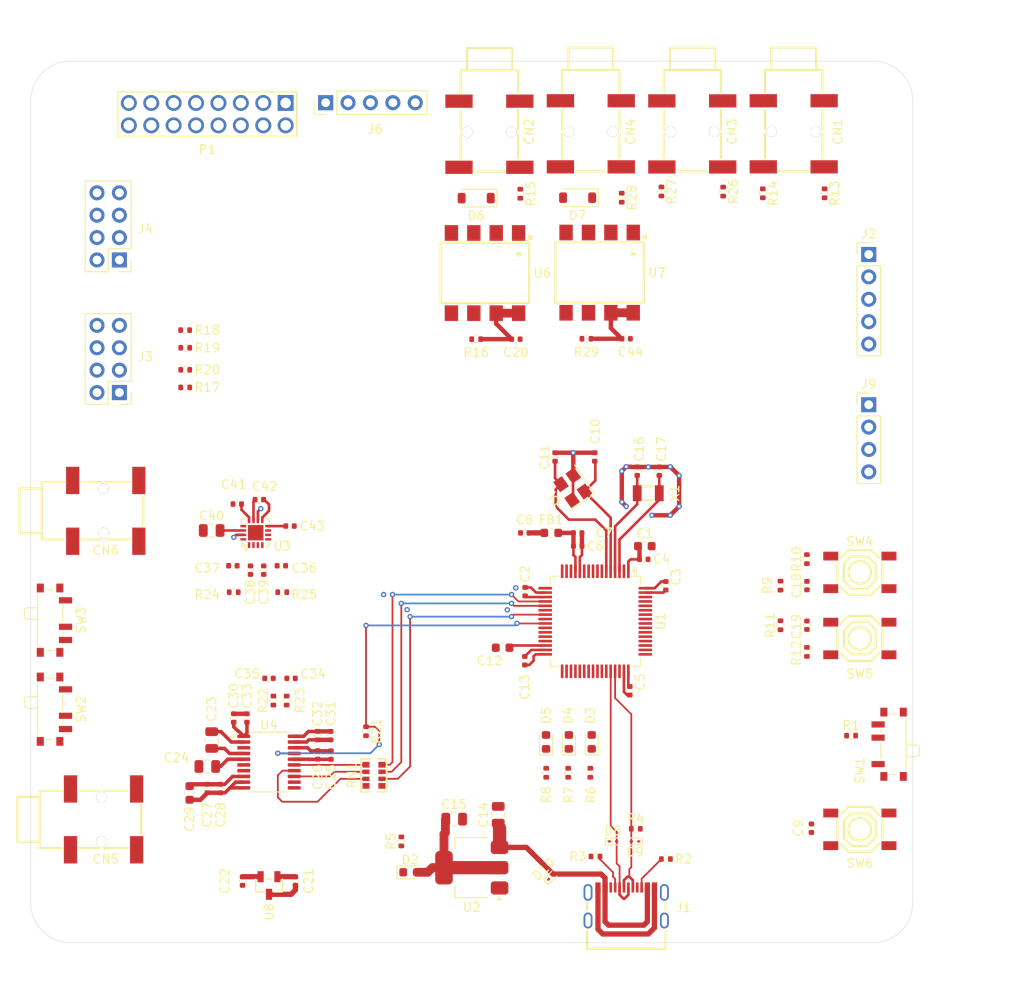
<source format=kicad_pcb>
(kicad_pcb (version 20240108) (generator "pcbnew") (generator_version "8.0")
  (title_block (title "DPF STM MIDI PoC 1") (date "2024-10-12") (rev "1") (company "Douglas P. Fields, Jr.") (comment 1 "symbolics@lisp.engineer") (comment 2 "https://creativecommons.org/licenses/by-sa/4.0/ ") (comment 3 "License: CC BY-SA 4.0") (comment 4 "Copyright 2024 Douglas P. Fields, Jr."))
  (layers (0 "F.Cu" signal "F.Signal") (1 "In1.Cu" power "F.GND") (2 "In2.Cu" power "B.GND") (31 "B.Cu" signal "B.Signal") (34 "B.Paste" user) (35 "F.Paste" user) (36 "B.SilkS" user "B.Silkscreen") (37 "F.SilkS" user "F.Silkscreen") (38 "B.Mask" user) (39 "F.Mask" user) (44 "Edge.Cuts" user))
  (net 0 "")
  (net 1 "GND")
  (net 2 "+3V3")
  (net 3 "/MCU/RCC_OSC_IN")
  (net 4 "/MCU/RCC_OSC_OUT")
  (net 5 "/MCU/VCAP_1")
  (net 6 "/MCU/USB_OTG_FS_D+")
  (net 7 "VBUS")
  (net 8 "/MCU/USB_OTG_FS_D-")
  (net 9 "/MCU/SW_BOOT0")
  (net 10 "/MCU/BOOT0")
  (net 11 "+3V3A")
  (net 12 "NRST")
  (net 13 "BTN1")
  (net 14 "BTN2")
  (net 15 "+3.3VDAC")
  (net 16 "LINE_R")
  (net 17 "LINE_L")
  (net 18 "/MIDI/MO1-SNK")
  (net 19 "LED_RED")
  (net 20 "/MIDI/MO1-SRC")
  (net 21 "LED_GREEN")
  (net 22 "/MCU/RCC_OSC32_OUT")
  (net 23 "/MIDI/MI1-SRC")
  (net 24 "LED_BLUE")
  (net 25 "/MIDI/MI1-SNK")
  (net 26 "/MIDI/MO2-SRC")
  (net 27 "/MCU/RCC_OSC32_IN")
  (net 28 "/MIDI/MO2-SNK")
  (net 29 "/MIDI/MI2-SRC")
  (net 30 "SYS_JTCK-SWCLK")
  (net 31 "SYS_JTMS-SWDIO")
  (net 32 "I2C1_SDA")
  (net 33 "/MCU/PWR_LED_K")
  (net 34 "I2C2_SCL")
  (net 35 "I2C2_SDA")
  (net 36 "I2C1_SCL")
  (net 37 "GPIO_PA15")
  (net 38 "GPIO_PC8")
  (net 39 "GPIO_PC0")
  (net 40 "GPIO_PB9")
  (net 41 "GPIO_PB1")
  (net 42 "GPIO_PA6")
  (net 43 "GPIO_PC3")
  (net 44 "AUDIO_MUTE")
  (net 45 "GPIO_PC9")
  (net 46 "GPIO_PB5")
  (net 47 "SYS_WKUP4")
  (net 48 "GPIO_PB2")
  (net 49 "GPIO_PB8")
  (net 50 "RCC_MCO_1")
  (net 51 "SPI2_MISO")
  (net 52 "SPI2_MOSI")
  (net 53 "SPI2_SCK")
  (net 54 "USART2_RX")
  (net 55 "USART2_TX")
  (net 56 "USART1_TX")
  (net 57 "USART1_RX")
  (net 58 "USART3_TX")
  (net 59 "USART3_RX")
  (net 60 "/Audio Output/Gain0")
  (net 61 "/Audio Output/Gain1")
  (net 62 "UART5_TX")
  (net 63 "USART6_RX")
  (net 64 "UART5_RX")
  (net 65 "USART6_TX")
  (net 66 "UART4_TX")
  (net 67 "I2S1_SD")
  (net 68 "I2S1_MCK")
  (net 69 "UART4_RX")
  (net 70 "I2S1_WS")
  (net 71 "I2S1_CK")
  (net 72 "/MIDI/MI2-SNK")
  (net 73 "/User Interface/LED_RED_K")
  (net 74 "/User Interface/LED_GRN_K")
  (net 75 "/User Interface/LED_BLU_K")
  (net 76 "/MIDI/OI1-SRC")
  (net 77 "HEADPHONE_R")
  (net 78 "HEADPHONE_L")
  (net 90 "/MIDI/OI2-SRC")
  (net 91 "/Audio Output/DAC_LDOO")
  (net 92 "/Audio Output/DAC_CAPP")
  (net 93 "/Audio Output/DAC_CAPM")
  (net 94 "/Audio Output/DAC_VNEG")
  (net 95 "/Audio Output/HPA_INR-")
  (net 96 "/Audio Output/HPA_INL-")
  (net 97 "/Audio Output/HPA_INL+")
  (net 98 "/Audio Output/INL+_CR")
  (net 99 "/Audio Output/HPA_INR+")
  (net 100 "/Audio Output/INR+_CR")
  (net 101 "/Audio Output/HPA_HPVDD")
  (net 102 "/Audio Output/HPA_CAP-")
  (net 103 "/Audio Output/HPA_CAP+")
  (net 104 "/Audio Output/HPA_HPVSS")
  (net 105 "/Audio Output/DAC_OUT_L")
  (net 106 "/Audio Output/DAC_OUT_R")
  (net 107 "/Audio Output/DAC_WS")
  (net 108 "/Audio Output/DAC_SD")
  (net 109 "/Audio Output/DAC_CK")
  (net 112 "/MCU/CC2")
  (net 113 "/MCU/CC1")
  (net 114 "/User Interface/BTN2_CR")
  (net 115 "/User Interface/BTN1_CR")
  (footprint "Connector_PinHeader_2.54mm:PinHeader_1x04_P2.54mm_Vertical" (layer "F.Cu") (at 202 75.46)
    (property "Reference" "J9")
    (property "Value" "Serial")
  )
  (footprint "Package_QFP:LQFP-64_10x10mm_P0.5mm" (layer "F.Cu") (at 170.991181 100.025976 -90)
    (property "Reference" "U1")
    (property "Value" "STM32F722RETx")
  )
  (footprint "Capacitor_SMD:C_0402_1005Metric" (layer "F.Cu") (at 175.75 83 90)
    (property "Reference" "C16")
    (property "Value" "4.7pF")
  )
  (footprint "easyeda2kicad:AUDIO-SMD_PJ-321A-4A" (layer "F.Cu") (at 170.491181 44.728476)
    (property "Reference" "CN4")
    (property "Value" "MIDI In 2")
  )
  (footprint "Capacitor_SMD:C_0402_1005Metric" (layer "F.Cu") (at 163.036385 96.669799 90)
    (property "Reference" "C2")
    (property "Value" "100nF")
  )
  (footprint "Capacitor_SMD:C_0603_1608Metric" (layer "F.Cu") (at 125 119.5 -90)
    (property "Reference" "C29")
    (property "Value" "10uF")
  )
  (footprint "Resistor_SMD:R_0402_1005Metric" (layer "F.Cu") (at 196.991181 51.478476 -90)
    (property "Reference" "R13")
    (property "Value" "47Ω")
  )
  (footprint "Capacitor_SMD:C_0402_1005Metric" (layer "F.Cu") (at 134 106.5 180)
    (property "Reference" "C35")
    (property "Value" "10nF")
  )
  (footprint "easyeda2kicad:SW-SMD_4P-L5.1-W5.1-P3.70-LS6.5-TL-2" (layer "F.Cu") (at 200.991181 101.978476 180)
    (property "Reference" "SW5")
    (property "Value" "BTN2")
  )
  (footprint "Connector_PinHeader_2.54mm:PinHeader_1x05_P2.54mm_Vertical" (layer "F.Cu") (at 202 58.42)
    (property "Reference" "J2")
    (property "Value" "SWD")
  )
  (footprint "Capacitor_SMD:C_0402_1005Metric" (layer "F.Cu") (at 174.491181 67.978476)
    (property "Reference" "C44")
    (property "Value" "100nF")
  )
  (footprint "Package_SO:TSSOP-20_4.4x6.5mm_P0.65mm" (layer "F.Cu") (at 134 116)
    (property "Reference" "U4")
    (property "Value" "PCM5102A")
  )
  (footprint "Resistor_SMD:R_0402_1005Metric" (layer "F.Cu") (at 124.5 71.5)
    (property "Reference" "R20")
    (property "Value" "1k8Ω")
  )
  (footprint "easyeda2kicad:SOT-23-3_L2.9-W1.3-P1.90-LS2.4-BR" (layer "F.Cu") (at 134 130 90)
    (property "Reference" "U8")
    (property "Value" "AP7333-33SRG-7")
  )
  (footprint "Capacitor_SMD:C_0402_1005Metric" (layer "F.Cu") (at 136.5 106.5)
    (property "Reference" "C34")
    (property "Value" "10nF")
  )
  (footprint "Capacitor_SMD:C_0402_1005Metric" (layer "F.Cu") (at 169 91.5)
    (property "Reference" "C6")
    (property "Value" "10nF")
  )
  (footprint "Capacitor_SMD:C_0402_1005Metric" (layer "F.Cu") (at 169 90)
    (property "Reference" "C7")
    (property "Value" "1uF")
  )
  (footprint "Capacitor_SMD:C_0402_1005Metric" (layer "F.Cu") (at 139.526545 115.185054 -90)
    (property "Reference" "C26")
    (property "Value" "100nF")
  )
  (footprint "Diode_SMD:D_SOD-923" (layer "F.Cu") (at 173 125)
    (property "Reference" "D8")
    (property "Value" "ESD")
  )
  (footprint "Capacitor_SMD:C_0805_2012Metric" (layer "F.Cu") (at 154.991181 122.478476)
    (property "Reference" "C15")
    (property "Value" "22uF")
  )
  (footprint "Capacitor_SMD:C_0402_1005Metric" (layer "F.Cu") (at 195.5 123.5 -90)
    (property "Reference" "C9")
    (property "Value" "100nF")
  )
  (footprint "Capacitor_SMD:C_0402_1005Metric" (layer "F.Cu") (at 130.401181 86.728476 180)
    (property "Reference" "C41")
    (property "Value" "1uF")
  )
  (footprint "LED_SMD:LED_0603_1608Metric" (layer "F.Cu") (at 170.59 113.7125 90)
    (property "Reference" "D3")
    (property "Value" "USER_RED")
  )
  (footprint "Resistor_SMD:R_0402_1005Metric" (layer "F.Cu") (at 134.5 109.02 90)
    (property "Reference" "R22")
    (property "Value" "220Ω")
  )
  (footprint "Inductor_SMD:L_0603_1608Metric" (layer "F.Cu") (at 166 90 180)
    (property "Reference" "FB1")
    (property "Value" "120@100MHz")
  )
  (footprint "Crystal:Crystal_SMD_3225-4Pin_3.2x2.5mm" (layer "F.Cu") (at 168.434656 84.888607 125)
    (property "Reference" "Y1")
    (property "Value" "16MHz 10pF")
  )
  (footprint "easyeda2kicad:FC-135R_L3.2-W1.5" (layer "F.Cu") (at 177 85.5 180)
    (property "Reference" "X1")
    (property "Value" "32.768kHz 7pF")
  )
  (footprint "Resistor_SMD:R_0402_1005Metric" (layer "F.Cu") (at 145 112.5 -90)
    (property "Reference" "R21")
    (property "Value" "10kΩ")
  )
  (footprint "Capacitor_SMD:C_0402_1005Metric" (layer "F.Cu") (at 139.5 113 -90)
    (property "Reference" "C32")
    (property "Value" "100nF")
  )
  (footprint "Capacitor_SMD:C_0402_1005Metric" (layer "F.Cu") (at 131.901181 94.228476 90)
    (property "Reference" "C38")
    (property "Value" "1uF")
  )
  (footprint "Button_Switch_SMD:SW_SPDT_PCM12" (layer "F.Cu") (at 204.491181 113.978476 90)
    (property "Reference" "SW1")
    (property "Value" "BOOT0")
  )
  (footprint "Capacitor_SMD:C_0402_1005Metric" (layer "F.Cu") (at 128.5 119 -90)
    (property "Reference" "C28")
    (property "Value" "100nF")
  )
  (footprint "Capacitor_SMD:C_0402_1005Metric" (layer "F.Cu") (at 170.934656 81.388607 90)
    (property "Reference" "C10")
    (property "Value" "10pF")
  )
  (footprint "Capacitor_SMD:C_0402_1005Metric" (layer "F.Cu") (at 178.25 83 90)
    (property "Reference" "C17")
    (property "Value" "4.7pF")
  )
  (footprint "Capacitor_SMD:C_0402_1005Metric" (layer "F.Cu") (at 135.401181 93.728476 180)
    (property "Reference" "C36")
    (property "Value" "1uF")
  )
  (footprint "Resistor_SMD:R_0402_1005Metric" (layer "F.Cu") (at 169.991181 67.978476)
    (property "Reference" "R29")
    (property "Value" "470Ω")
  )
  (footprint "easyeda2kicad:AUDIO-SMD_PJ-321A-4A" (layer "F.Cu") (at 115.241181 122.5 90)
    (property "Reference" "CN5")
    (property "Value" "Line out")
  )
  (footprint "Capacitor_SMD:C_0603_1608Metric" (layer "F.Cu") (at 160.491181 103.025976 180)
    (property "Reference" "C12")
    (property "Value" "4.7uF")
  )
  (footprint "easyeda2kicad:QFN-16_L3.0-W3.0-P0.50-BL-EP1.7" (layer "F.Cu") (at 132.491181 89.978476)
    (property "Reference" "U3")
    (property "Value" "PAM8908JER")
  )
  (footprint "MountingHole:MountingHole_2.2mm_M2" (layer "F.Cu") (at 202.491181 131.978476)
    (property "Reference" "H3" (hide yes))
    (property "Value" "MountingHole")
  )
  (footprint "Resistor_SMD:R_0402_1005Metric" (layer "F.Cu") (at 185.491181 51.285976 -90)
    (property "Reference" "R26")
    (property "Value" "47Ω")
  )
  (footprint "Resistor_SMD:R_0402_1005Metric" (layer "F.Cu") (at 170.43 117.2125 -90)
    (property "Reference" "R6")
    (property "Value" "1k5Ω")
  )
  (footprint "Resistor_SMD:R_0402_1005Metric" (layer "F.Cu") (at 135.5 96.728476 180)
    (property "Reference" "R25")
    (property "Value" "3k9Ω 1%")
  )
  (footprint "Resistor_SMD:R_0402_1005Metric" (layer "F.Cu") (at 124.5 73.5 180)
    (property "Reference" "R17")
    (property "Value" "1k8Ω")
  )
  (footprint "Resistor_SMD:R_0402_1005Metric" (layer "F.Cu") (at 191.991181 100.478476 90)
    (property "Reference" "R11")
    (property "Value" "4k7Ω")
  )
  (footprint "easyeda2kicad:AUDIO-SMD_PJ-321A-4A" (layer "F.Cu") (at 115.491181 87.5 90)
    (property "Reference" "CN6")
    (property "Value" "Headphone")
  )
  (footprint "Resistor_SMD:R_0402_1005Metric" (layer "F.Cu") (at 136 109.02 90)
    (property "Reference" "R23")
    (property "Value" "220Ω")
  )
  (footprint "Capacitor_SMD:C_0402_1005Metric" (layer "F.Cu") (at 174.910956 107.911823 -90)
    (property "Reference" "C5")
    (property "Value" "100nF")
  )
  (footprint "Button_Switch_SMD:SW_SPDT_PCM12" (layer "F.Cu") (at 109.5 110 -90)
    (property "Reference" "SW2")
    (property "Value" "Gain0")
  )
  (footprint "Resistor_SMD:R_0402_1005Metric" (layer "F.Cu") (at 171.020545 126.708964)
    (property "Reference" "R3")
    (property "Value" "5k1Ω")
  )
  (footprint "easyeda2kicad:SW-SMD_4P-L5.1-W5.1-P3.70-LS6.5-TL-2" (layer "F.Cu") (at 200.991181 94.478476)
    (property "Reference" "SW4")
    (property "Value" "BTN1")
  )
  (footprint "Package_TO_SOT_SMD:SOT-223-3_TabPin2" (layer "F.Cu") (at 156.991181 127.978476 180)
    (property "Reference" "U2")
    (property "Value" "AMS1117-3.3")
  )
  (footprint "Capacitor_SMD:C_0402_1005Metric" (layer "F.Cu") (at 194.991181 100.478476 -90)
    (property "Reference" "C19")
    (property "Value" "100nF")
  )
  (footprint "Connector_PinHeader_2.54mm:PinHeader_2x04_P2.54mm_Vertical" (layer "F.Cu") (at 117.04 74.08 180)
    (property "Reference" "J3")
    (property "Value" "I2C")
  )
  (footprint "Capacitor_SMD:C_0402_1005Metric" (layer "F.Cu") (at 141.026545 115.205054 -90)
    (property "Reference" "C25")
    (property "Value" "1uF")
  )
  (footprint "Button_Switch_SMD:SW_SPDT_PCM12" (layer "F.Cu") (at 109.5 99.901199 -90)
    (property "Reference" "SW3")
    (property "Value" "Gain1")
  )
  (footprint "easyeda2kicad:USB-C-SMD_GT-USB-7010I" (layer "F.Cu") (at 174.5 132.103476)
    (property "Reference" "J1")
    (property "Value" "GT-USB-7010I")
  )
  (footprint "Capacitor_SMD:C_0402_1005Metric" (layer "F.Cu") (at 176.491181 93)
    (property "Reference" "C4")
    (property "Value" "100nF")
  )
  (footprint "Capacitor_SMD:C_0805_2012Metric" (layer "F.Cu") (at 159.991181 121.978476 90)
    (property "Reference" "C14")
    (property "Value" "22uF")
  )
  (footprint "Capacitor_SMD:C_0402_1005Metric" (layer "F.Cu") (at 161.991181 68.025976)
    (property "Reference" "C20")
    (property "Value" "100nF")
  )
  (footprint "Capacitor_SMD:C_0402_1005Metric" (layer "F.Cu") (at 130 111 90)
    (property "Reference" "C30")
    (property "Value" "1uF")
  )
  (footprint "Capacitor_SMD:C_0402_1005Metric" (layer "F.Cu") (at 131.5 111 90)
    (property "Reference" "C33")
    (property "Value" "100nF")
  )
  (footprint "Resistor_SMD:R_0402_1005Metric" (layer "F.Cu") (at 194.991181 103.498476 -90)
    (property "Reference" "R12")
    (property "Value" "100Ω")
  )
  (footprint "Connector_PinHeader_2.54mm:PinHeader_1x05_P2.54mm_Vertical" (layer "F.Cu") (at 140.425 41.1988 90)
    (property "Reference" "J6")
    (property "Value" "SPI")
  )
  (footprint "MountingHole:MountingHole_2.2mm_M2" (layer "F.Cu") (at 111.491179 131.978478)
    (property "Reference" "H4" (hide yes))
    (property "Value" "MountingHole")
  )
  (footprint "Resistor_SMD:R_0402_1005Metric" (layer "F.Cu") (at 124.5 69)
    (property "Reference" "R19")
    (property "Value" "1k8Ω")
  )
  (footprint "easyeda2kicad:AUDIO-SMD_PJ-321A-4A" (layer "F.Cu") (at 193.491181 44.728476)
    (property "Reference" "CN1")
    (property "Value" "MIDI Out 1")
  )
  (footprint "Capacitor_SMD:C_0402_1005Metric" (layer "F.Cu") (at 166.434656 81.388607 90)
    (property "Reference" "C11")
    (property "Value" "10pF")
  )
  (footprint "Capacitor_SMD:C_0402_1005Metric" (layer "F.Cu") (at 141 113 -90)
    (property "Reference" "C31")
    (property "Value" "1uF")
  )
  (footprint "Diode_SMD:D_SOD-123" (layer "F.Cu") (at 157.491181 52.025976 180)
    (property "Reference" "D6")
    (property "Value" "1N4148W")
  )
  (footprint "Resistor_SMD:R_0402_1005Metric" (layer "F.Cu") (at 191.991181 95.978476 -90)
    (property "Reference" "R9")
    (property "Value" "4k7Ω")
  )
  (footprint "Capacitor_SMD:C_0402_1005Metric" (layer "F.Cu") (at 136.381181 89.228476)
    (property "Reference" "C43")
    (property "Value" "1uF")
  )
  (footprint "Resistor_SMD:R_0402_1005Metric" (layer "F.Cu") (at 157.491181 68.025976)
    (property "Reference" "R16")
    (property "Value" "470Ω")
  )
  (footprint "Capacitor_SMD:C_0805_2012Metric" (layer "F.Cu") (at 127.5 89.728476)
    (property "Reference" "C40")
    (property "Value" "2.2uF")
  )
  (footprint "easyeda2kicad:SOP-8_L9.8-W6.6-P2.54-LS10.3-BL" (layer "F.Cu") (at 158.491181 60.525976 180)
    (property "Reference" "U6")
    (property "Value" "6N137S-TA1")
  )
  (footprint "Resistor_SMD:R_0402_1005Metric" (layer "F.Cu") (at 130 96.728476)
    (property "Reference" "R24")
    (property "Value" "3k9Ω 1%")
  )
  (footprint "Capacitor_SMD:C_0402_1005Metric" (layer "F.Cu") (at 178.991181 96 -90)
    (property "Reference" "C3")
    (property "Value" "100nF")
  )
  (footprint "Capacitor_SMD:C_0402_1005Metric" (layer "F.Cu") (at 132.901181 86.228476 180)
    (property "Reference" "C42")
    (property "Value" "1uF")
  )
  (footprint "Resistor_SMD:R_0402_1005Metric" (layer "F.Cu") (at 175.58805 123.57044)
    (property "Reference" "R4")
    (property "Value" "1k5Ω")
  )
  (footprint "Resistor_SMD:R_0402_1005Metric" (layer "F.Cu") (at 167.92 117.2125 -90)
    (property "Reference" "R7")
    (property "Value" "1k5Ω")
  )
  (footprint "easyeda2kicad:HDR-TH_16P-P2.54-V-M-R2-C8-S2.54" (layer "F.Cu") (at 127 42.5 180)
    (property "Reference" "P1")
    (property "Value" "GPIO")
  )
  (footprint "Capacitor_SMD:C_0402_1005Metric" (layer "F.Cu") (at 194.991181 95.978476 90)
    (property "Reference" "C18")
    (property "Value" "100nF")
  )
  (footprint "Resistor_SMD:R_0402_1005Metric" (layer "F.Cu") (at 179 127 180)
    (property "Reference" "R2")
    (property "Value" "5k1Ω")
  )
  (footprint "Resistor_SMD:R_0402_1005Metric" (layer "F.Cu") (at 162.491181 51.525976 -90)
    (property "Reference" "R15")
    (property "Value" "220Ω")
  )
  (footprint "Connector_PinHeader_2.54mm:PinHeader_2x04_P2.54mm_Vertical" (layer "F.Cu") (at 117.04 59.04 180)
    (property "Reference" "J4")
    (property "Value" "UART456")
  )
  (footprint "easyeda2kicad:SOP-8_L9.8-W6.6-P2.54-LS10.3-BL" (layer "F.Cu") (at 171.491181 60.478476 180)
    (property "Reference" "U7")
    (property "Value" "6N137S-TA1")
  )
  (footprint "easyeda2kicad:AUDIO-SMD_PJ-321A-4A" (layer "F.Cu") (at 158.991181 44.775976)
    (property "Reference" "CN2")
    (property "Value" "MIDI In 1")
  )
  (footprint "Capacitor_SMD:C_0402_1005Metric" (layer "F.Cu") (at 137 129.5 90)
    (property "Reference" "C21")
    (property "Value" "1uF")
  )
  (footprint "Capacitor_SMD:C_0402_1005Metric" (layer "F.Cu") (at 133.401181 94.228476 90)
    (property "Reference" "C39")
    (property "Value" "1uF")
  )
  (footprint "Capacitor_SMD:C_0805_2012Metric" (layer "F.Cu") (at 127.5 113.5 -90)
    (property "Reference" "C23")
    (property "Value" "2.2uF")
  )
  (footprint "Resistor_SMD:R_0402_1005Metric" (layer "F.Cu") (at 124.49 67 180)
    (property "Reference" "R18")
    (property "Value" "1k8Ω")
  )
  (footprint "Capacitor_SMD:C_0402_1005Metric" (layer "F.Cu") (at 127 119 -90)
    (property "Reference" "C27")
    (property "Value" "1uF")
  )
  (footprint "Capacitor_SMD:C_0402_1005Metric" (layer "F.Cu") (at 163 90 180)
    (property "Reference" "C8")
    (property "Value" "1uF")
  )
  (footprint "Resistor_SMD:R_0402_1005Metric" (layer "F.Cu") (at 194.991181 92.978476 90)
    (property "Reference" "R10")
    (property "Value" "100Ω")
  )
  (footprint "Capacitor_SMD:C_0805_2012Metric" (layer "F.Cu") (at 127 116.5 180)
    (property "Reference" "C24")
    (property "Value" "2.2uF")
  )
  (footprint "Capacitor_SMD:C_0402_1005Metric" (layer "F.Cu") (at 131 129.5 -90)
    (property "Reference" "C22")
    (property "Value" "1uF")
  )
  (footprint "Capacitor_SMD:C_0603_1608Metric" (layer "F.Cu") (at 176.609375 91.503996)
    (property "Reference" "C1")
    (property "Value" "10uF")
  )
  (footprint "easyeda2kicad:AUDIO-SMD_PJ-321A-4A" (layer "F.Cu") (at 181.991181 44.743096)
    (property "Reference" "CN3")
    (property "Value" "MIDI Out 2")
  )
  (footprint "Resistor_SMD:R_0402_1005Metric" (layer "F.Cu") (at 165.43 117.2125 -90)
    (property "Reference" "R8")
    (property "Value" "1k5Ω")
  )
  (footprint "LED_SMD:LED_0603_1608Metric" (layer "F.Cu") (at 168 113.7125 90)
    (property "Reference" "D4")
    (property "Value" "USER_GREEN")
  )
  (footprint "MountingHole:MountingHole_2.2mm_M2" (layer "F.Cu") (at 202.491181 40.978476)
    (property "Reference" "H2" (hide yes))
    (property "Value" "MountingHole")
  )
  (footprint "Diode_SMD:D_SOD-923" (layer "F.Cu") (at 175.5 125 180)
    (property "Reference" "D9")
    (property "Value" "ESD")
  )
  (footprint "easyeda2kicad:RES-ARRAY-SMD_0603-8P-L3.2-W1.6-BL" (layer "F.Cu") (at 145.9 117.5 90)
    (property "Reference" "RN1")
    (property "Value" "56Ω")
  )
  (footprint "Diode_SMD:D_SOD-123" (layer "F.Cu") (at 168.991181 51.978476 180)
    (property "Reference" "D7")
    (property "Value" "1N4148W")
  )
  (footprint "MountingHole:MountingHole_2.2mm_M2" (layer "F.Cu") (at 111.491181 40.978476)
    (property "Reference" "H1" (hide yes))
    (property "Value" "MountingHole")
  )
  (footprint "LED_SMD:LED_0603_1608Metric" (layer "F.Cu") (at 165.41 113.7125 90)
    (property "Reference" "D5")
    (property "Value" "USER_BLUE")
  )
  (footprint "Resistor_SMD:R_0402_1005Metric" (layer "F.Cu") (at 189.991181 51.478476 -90)
    (property "Reference" "R14")
    (property "Value" "47Ω")
  )
  (footprint "easyeda2kicad:SW-SMD_4P-L5.1-W5.1-P3.70-LS6.5-TL-2" (layer "F.Cu") (at 200.991181 123.628476)
    (property "Reference" "SW6")
    (property "Value" "Reset")
  )
  (footprint "Capacitor_SMD:C_0402_1005Metric" (layer "F.Cu") (at 129.901181 93.728476)
    (property "Reference" "C37")
    (property "Value" "1uF")
  )
  (footprint "Resistor_SMD:R_0402_1005Metric" (layer "F.Cu") (at 178.491181 51.275976 -90)
    (property "Reference" "R27")
    (property "Value" "47Ω")
  )
  (footprint "Capacitor_SMD:C_0402_1005Metric" (layer "F.Cu") (at 163 104.5 90)
    (property "Reference" "C13")
    (property "Value" "100nF")
  )
  (footprint "Resistor_SMD:R_0402_1005Metric" (layer "F.Cu") (at 200 113)
    (property "Reference" "R1")
    (property "Value" "10kΩ")
  )
  (footprint "Resistor_SMD:R_0402_1005Metric" (layer "F.Cu") (at 149 125 90)
    (property "Reference" "R5")
    (property "Value" "1k5Ω")
  )
  (footprint "LED_SMD:LED_0603_1608Metric" (layer "F.Cu") (at 150 128.5)
    (property "Reference" "D2")
    (property "Value" "RED_PWR")
  )
  (footprint "Resistor_SMD:R_0402_1005Metric" (layer "F.Cu") (at 173.991181 51.978476 -90)
    (property "Reference" "R28")
    (property "Value" "220Ω")
  )
  (footprint "Diode_SMD:D_SOD-923" (layer "F.Cu") (at 166 129 45)
    (property "Reference" "D10")
    (property "Value" "ESD")
  )
  (gr_line (start 206.991181 131.978476) (end 206.991181 40.978476) (stroke (width 0.05)) (layer "Edge.Cuts"))
  (gr_line (start 202.491181 36.478476) (end 111.491181 36.478476) (stroke (width 0.05)) (layer "Edge.Cuts"))
  (gr_arc (start 202.491181 36.478476) (mid 205.673162 37.796495) (end 206.991181 40.978476) (stroke (width 0.05)) (layer "Edge.Cuts"))
  (gr_line (start 202.491181 136.478476) (end 111.491181 136.478476) (stroke (width 0.05)) (layer "Edge.Cuts"))
  (gr_arc (start 111.491181 136.478476) (mid 108.3092 135.160457) (end 106.991181 131.978476) (stroke (width 0.05)) (layer "Edge.Cuts"))
  (gr_line (start 106.991181 40.978476) (end 106.991181 131.978476) (stroke (width 0.05)) (layer "Edge.Cuts"))
  (gr_arc (start 206.991181 131.978476) (mid 205.673162 135.160457) (end 202.491181 136.478476) (stroke (width 0.05)) (layer "Edge.Cuts"))
  (gr_arc (start 106.991181 40.978476) (mid 108.3092 37.796495) (end 111.491181 36.478476) (stroke (width 0.05)) (layer "Edge.Cuts"))
  (segment (start 179.48 82.52) (end 178.25 82.52) (width 0.5) (layer "F.Cu") (net 1))
  (segment (start 138.275 113.725) (end 138.52 113.48) (width 0.4) (layer "F.Cu") (net 1))
  (segment (start 165.316181 96.775976) (end 164.275976 96.775976) (width 0.3) (layer "F.Cu") (net 1))
  (segment (start 132.741181 88.568476) (end 132.741181 87.582465) (width 0.3) (layer "F.Cu") (net 1))
  (segment (start 180.5 83.5) (end 180.5 87) (width 0.5) (layer "F.Cu") (net 1))
  (segment (start 177.7 134.8) (end 177.7 130.223476) (width 0.6) (layer "F.Cu") (net 1))
  (segment (start 131.081181 90.228476) (end 130.282246 90.228476) (width 0.3) (layer "F.Cu") (net 1))
  (segment (start 163.689799 96.189799) (end 163.036385 96.189799) (width 0.3) (layer "F.Cu") (net 1))
  (segment (start 131.1375 118.925) (end 129.575 118.925) (width 0.4) (layer "F.Cu") (net 1))
  (segment (start 169.241181 92.758819) (end 169.5 92.5) (width 0.3) (layer "F.Cu") (net 1))
  (segment (start 136.8625 115.675) (end 138.536699 115.675) (width 0.4) (layer "F.Cu") (net 1))
  (segment (start 169.48 91.5) (end 169.48 90) (width 0.5) (layer "F.Cu") (net 1))
  (segment (start 132.741181 87.582465) (end 133.07223 87.251416) (width 0.3) (layer "F.Cu") (net 1))
  (segment (start 174.241181 105.700976) (end 174.241181 108.03118) (width 0.3) (layer "F.Cu") (net 1))
  (segment (start 131.1375 118.275) (end 130.225 118.275) (width 0.4) (layer "F.Cu") (net 1))
  (segment (start 136.98 129) (end 137 129.02) (width 0.3) (layer "F.Cu") (net 1))
  (segment (start 177 135.5) (end 177.7 134.8) (width 0.6) (layer "F.Cu") (net 1))
  (segment (start 178.695205 96.775976) (end 178.991181 96.48) (width 0.3) (layer "F.Cu") (net 1))
  (segment (start 175.75 82.52) (end 177 82.52) (width 0.5) (layer "F.Cu") (net 1))
  (segment (start 138.536699 115.675) (end 138.546753 115.685054) (width 0.4) (layer "F.Cu") (net 1))
  (segment (start 174.601824 108.391823) (end 174.910956 108.391823) (width 0.3) (layer "F.Cu") (net 1))
  (segment (start 168.5 80.908607) (end 168.5 83.5) (width 0.5) (layer "F.Cu") (net 1))
  (segment (start 174 86.5) (end 174.5 87) (width 0.5) (layer "F.Cu") (net 1))
  (segment (start 179.5 82.5) (end 180.5 83.5) (width 0.5) (layer "F.Cu") (net 1))
  (segment (start 130.282246 90.228476) (end 130.014251 90.496471) (width 0.3) (layer "F.Cu") (net 1))
  (segment (start 168.5 80.908607) (end 166.434656 80.908607) (width 0.5) (layer "F.Cu") (net 1))
  (segment (start 168.469312 86.277214) (end 168.469312 83.630688) (width 0.3) (layer "F.Cu") (net 1))
  (segment (start 136.8625 113.725) (end 138.275 113.725) (width 0.4) (layer "F.Cu") (net 1))
  (segment (start 129.575 118.925) (end 129.5 119) (width 0.4) (layer "F.Cu") (net 1))
  (segment (start 129.5 119) (end 129.02 119.48) (width 0.4) (layer "F.Cu") (net 1))
  (segment (start 169.5 92.5) (end 169.48 92.48) (width 0.3) (layer "F.Cu") (net 1))
  (segment (start 171.3 134.965441) (end 171.834559 135.5) (width 0.6) (layer "F.Cu") (net 1))
  (segment (start 176.666181 96.775976) (end 178.695205 96.775976) (width 0.3) (layer "F.Cu") (net 1))
  (segment (start 134.95 129) (end 136.98 129) (width 0.6) (layer "F.Cu") (net 1))
  (segment (start 131.5 110.52) (end 130 110.52) (width 0.5) (layer "F.Cu") (net 1))
  (segment (start 174 83) (end 174 86.5) (width 0.5) (layer "F.Cu") (net 1))
  (segment (start 126.225 120.275) (end 125 120.275) (width 0.5) (layer "F.Cu") (net 1))
  (segment (start 127.02 119.48) (end 126.225 120.275) (width 0.5) (layer "F.Cu") (net 1))
  (segment (start 169.48 92.48) (end 169.48 91.5) (width 0.3) (layer "F.Cu") (net 1))
  (segment (start 138.52 113.48) (end 139.5 113.48) (width 0.4) (layer "F.Cu") (net 1))
  (segment (start 163.744024 103.275976) (end 163 104.02) (width 0.3) (layer "F.Cu") (net 1))
  (segment (start 164.275976 96.775976) (end 163.689799 96.189799) (width 0.3) (layer "F.Cu") (net 1))
  (segment (start 174.241181 108.03118) (end 174.601824 108.391823) (width 0.3) (layer "F.Cu") (net 1))
  (segment (start 175 82.5) (end 175.02 82.52) (width 0.5) (layer "F.Cu") (net 1))
  (segment (start 171.834559 135.5) (end 177 135.5) (width 0.6) (layer "F.Cu") (net 1))
  (segment (start 170.934656 80.908607) (end 168.5 80.908607) (width 0.5) (layer "F.Cu") (net 1))
  (segment (start 177 82.52) (end 178.25 82.52) (width 0.5) (layer "F.Cu") (net 1))
  (segment (start 139.5 113.48) (end 141 113.48) (width 0.5) (layer "F.Cu") (net 1))
  (segment (start 128.5 119.48) (end 127.02 119.48) (width 0.5) (layer "F.Cu") (net 1))
  (segment (start 175.02 82.52) (end 175.75 82.52) (width 0.5) (layer "F.Cu") (net 1))
  (segment (start 174.5 82.5) (end 175 82.5) (width 0.5) (layer "F.Cu") (net 1))
  (segment (start 179.5 82.5) (end 179.48 82.52) (width 0.5) (layer "F.Cu") (net 1))
  (segment (start 171.3 130.223476) (end 171.3 134.965441) (width 0.6) (layer "F.Cu") (net 1))
  (segment (start 174.5 82.5) (end 174 83) (width 0.5) (layer "F.Cu") (net 1))
  (segment (start 177.41924 88) (end 179.5 88) (width 0.5) (layer "F.Cu") (net 1))
  (segment (start 138.546753 115.685054) (end 141.026545 115.685054) (width 0.4) (layer "F.Cu") (net 1))
  (segment (start 169.241181 94.350976) (end 169.241181 92.758819) (width 0.3) (layer "F.Cu") (net 1))
  (segment (start 168.369312 83.630688) (end 168.5 83.5) (width 0.3) (layer "F.Cu") (net 1))
  (segment (start 130.225 118.275) (end 129.5 119) (width 0.4) (layer "F.Cu") (net 1))
  (segment (start 129.02 119.48) (end 128.5 119.48) (width 0.4) (layer "F.Cu") (net 1))
  (segment (start 180.5 87) (end 179.5 88) (width 0.5) (layer "F.Cu") (net 1))
  (segment (start 165.316181 103.275976) (end 163.744024 103.275976) (width 0.3) (layer "F.Cu") (net 1))
  (via (at 177 82.52) (size 0.6) (drill 0.3) (layers "F.Cu" "B.Cu") (net 1))
  (via (at 130.014251 90.496471) (size 0.6) (drill 0.3) (layers "F.Cu" "B.Cu") (net 1))
  (via (at 174.5 82.5) (size 0.6) (drill 0.3) (layers "F.Cu" "B.Cu") (net 1))
  (via (at 180.5 83.5) (size 0.6) (drill 0.3) (layers "F.Cu" "B.Cu") (net 1))
  (via (at 149.656475 98.713412) (size 0.6) (drill 0.3) (layers "F.Cu" "B.Cu") (net 1))
  (via (at 147 97) (size 0.6) (drill 0.3) (layers "F.Cu" "B.Cu") (net 1))
  (via (at 179.5 88) (size 0.6) (drill 0.3) (layers "F.Cu" "B.Cu") (net 1))
  (via (at 179.5 82.5) (size 0.6) (drill 0.3) (layers "F.Cu" "B.Cu") (net 1))
  (via (at 180.5 87) (size 0.6) (drill 0.3) (layers "F.Cu" "B.Cu") (net 1))
  (via (at 133.07223 87.251416) (size 0.6) (drill 0.3) (layers "F.Cu" "B.Cu") (net 1))
  (via (at 177.41924 88) (size 0.6) (drill 0.3) (layers "F.Cu" "B.Cu") (net 1))
  (via (at 161.977338 96.235434) (size 0.6) (drill 0.3) (layers "F.Cu" "B.Cu") (net 1))
  (via (at 161.023837 98.726456) (size 0.6) (drill 0.3) (layers "F.Cu" "B.Cu") (net 1))
  (via (at 174.5 87) (size 0.6) (drill 0.3) (layers "F.Cu" "B.Cu") (net 1))
  (via (at 174 83) (size 0.6) (drill 0.3) (layers "F.Cu" "B.Cu") (net 1))
  (via (at 168.5 80.908607) (size 0.6) (drill 0.3) (layers "F.Cu" "B.Cu") (net 1))
  (via (at 174 86.5) (size 0.6) (drill 0.3) (layers "F.Cu" "B.Cu") (net 1))
  (segment (start 163.52 104.98) (end 163 104.98) (width 0.3) (layer "F.Cu") (net 2))
  (segment (start 153.841181 124.158819) (end 154 124) (width 1) (layer "F.Cu") (net 2))
  (segment (start 177.724024 96.275976) (end 178.48 95.52) (width 0.3) (layer "F.Cu") (net 2))
  (segment (start 176.011181 91.812157) (end 175.834375 91.635351) (width 0.3) (layer "F.Cu") (net 2))
  (segment (start 152.521524 127.978476) (end 152 128.5) (width 1) (layer "F.Cu") (net 2))
  (segment (start 164.224024 103.775976) (end 164 104) (width 0.3) (layer "F.Cu") (net 2))
  (segment (start 164 104) (end 164 104.5) (width 0.3) (layer "F.Cu") (net 2))
  (segment (start 137 129.98) (end 137 130.5) (width 0.6) (layer "F.Cu") (net 2))
  (segment (start 137 130.5) (end 136.5 131) (width 0.6) (layer "F.Cu") (net 2))
  (segment (start 136.5 131) (end 134 131) (width 0.6) (layer "F.Cu") (net 2))
  (segment (start 176.011181 93) (end 176.011181 91.812157) (width 0.5) (layer "F.Cu") (net 2))
  (segment (start 172.761181 65.028476) (end 175.301181 65.028476) (width 1) (layer "F.Cu") (net 2))
  (segment (start 174.741181 93.258819) (end 175 93) (width 0.3) (layer "F.Cu") (net 2))
  (segment (start 160.141181 127.978476) (end 153.841181 127.978476) (width 1.5) (layer "F.Cu") (net 2))
  (segment (start 162.301181 65.075976) (end 159.761181 65.075976) (width 1) (layer "F.Cu") (net 2))
  (segment (start 172.761181 66.761181) (end 172.761181 65.028476) (width 0.5) (layer "F.Cu") (net 2))
  (segment (start 154 124) (end 154 122.519657) (width 1) (layer "F.Cu") (net 2))
  (segment (start 176.666181 96.275976) (end 177.724024 96.275976) (width 0.3) (layer "F.Cu") (net 2))
  (segment (start 153.841181 127.978476) (end 152.521524 127.978476) (width 1) (layer "F.Cu") (net 2))
  (segment (start 173.978476 67.978476) (end 172.761181 66.761181) (width 0.5) (layer "F.Cu") (net 2))
  (segment (start 154 122.519657) (end 154.041181 122.478476) (width 0.3) (layer "F.Cu") (net 2))
  (segment (start 174.011181 67.978476) (end 170.501181 67.978476) (width 0.5) (layer "F.Cu") (net 2))
  (segment (start 175.834375 91.635351) (end 175.834375 91.503996) (width 0.3) (layer "F.Cu") (net 2))
  (segment (start 165.2125 90) (end 163.48 90) (width 0.6) (layer "F.Cu") (net 2))
  (segment (start 174.741181 107.262048) (end 174.910956 107.431823) (width 0.3) (layer "F.Cu") (net 2))
  (segment (start 152 128.5) (end 150.7875 128.5) (width 1) (layer "F.Cu") (net 2))
  (segment (start 159.761181 66.275976) (end 161.511181 68.025976) (width 0.5) (layer "F.Cu") (net 2))
  (segment (start 178.48 95.52) (end 178.991181 95.52) (width 0.3) (layer "F.Cu") (net 2))
  (segment (start 175 93) (end 176.011181 93) (width 0.3) (layer "F.Cu") (net 2))
  (segment (start 165.316181 103.775976) (end 164.224024 103.775976) (width 0.3) (layer "F.Cu") (net 2))
  (segment (start 164 104.5) (end 163.52 104.98) (width 0.3) (layer "F.Cu") (net 2))
  (segment (start 174.011181 67.978476) (end 173.978476 67.978476) (width 0.5) (layer "F.Cu") (net 2))
  (segment (start 159.761181 65.075976) (end 159.761181 66.275976) (width 0.5) (layer "F.Cu") (net 2))
  (segment (start 153.841181 127.978476) (end 153.841181 124.158819) (width 1) (layer "F.Cu") (net 2))
  (segment (start 161.511181 68.025976) (end 158.001181 68.025976) (width 0.5) (layer "F.Cu") (net 2))
  (segment (start 174.741181 105.700976) (end 174.741181 107.262048) (width 0.3) (layer "F.Cu") (net 2))
  (segment (start 163.162562 97.275976) (end 163.036385 97.149799) (width 0.3) (layer "F.Cu") (net 2))
  (segment (start 174.741181 94.350976) (end 174.741181 93.258819) (width 0.3) (layer "F.Cu") (net 2))
  (segment (start 165.316181 97.275976) (end 163.162562 97.275976) (width 0.3) (layer "F.Cu") (net 2))
  (segment (start 169.761869 85.302133) (end 171 84.064002) (width 0.3) (layer "F.Cu") (net 3))
  (segment (start 172.741181 94.350976) (end 172.741181 88.281445) (width 0.3) (layer "F.Cu") (net 3))
  (segment (start 172.741181 88.281445) (end 169.761869 85.302133) (width 0.3) (layer "F.Cu") (net 3))
  (segment (start 171 84.064002) (end 171 82) (width 0.3) (layer "F.Cu") (net 3))
  (segment (start 166.5 87) (end 166.5 85.082524) (width 0.3) (layer "F.Cu") (net 4))
  (segment (start 171 88.5) (end 168 88.5) (width 0.3) (layer "F.Cu") (net 4))
  (segment (start 166.434656 83.802294) (end 167.107443 84.475081) (width 0.3) (layer "F.Cu") (net 4))
  (segment (start 166.434656 81.868607) (end 166.434656 83.802294) (width 0.3) (layer "F.Cu") (net 4))
  (segment (start 172.241181 89.741181) (end 171 88.5) (width 0.3) (layer "F.Cu") (net 4))
  (segment (start 166.5 85.082524) (end 167.107443 84.475081) (width 0.3) (layer "F.Cu") (net 4))
  (segment (start 172.241181 94.350976) (end 172.241181 89.741181) (width 0.3) (layer "F.Cu") (net 4))
  (segment (start 168 88.5) (end 166.5 87) (width 0.3) (layer "F.Cu") (net 4))
  (segment (start 165.316181 102.775976) (end 161.516181 102.775976) (width 0.3) (layer "F.Cu") (net 5))
  (segment (start 161.516181 102.775976) (end 161.266181 103.025976) (width 0.3) (layer "F.Cu") (net 5))
  (segment (start 175.07805 124.99805) (end 175.08 125) (width 0.2) (layer "F.Cu") (net 6))
  (segment (start 173.241181 105.700976) (end 173.241181 108.741181) (width 0.2) (layer "F.Cu") (net 6))
  (segment (start 174.25 129.398476) (end 174.648476 129) (width 0.3) (layer "F.Cu") (net 6))
  (segment (start 175.07805 110.57805) (end 175.07805 123.57044) (width 0.2) (layer "F.Cu") (net 6))
  (segment (start 175.08 125) (end 175.08 127.92) (width 0.2) (layer "F.Cu") (net 6))
  (segment (start 174.648476 129) (end 174.851524 129) (width 0.3) (layer "F.Cu") (net 6))
  (segment (start 174.851524 128.148476) (end 174.851524 129) (width 0.2) (layer "F.Cu") (net 6))
  (segment (start 175.25 129.398476) (end 175.25 130.223476) (width 0.3) (layer "F.Cu") (net 6))
  (segment (start 174.25 130.223476) (end 174.25 129.398476) (width 0.3) (layer "F.Cu") (net 6))
  (segment (start 175.07805 123.57044) (end 175.07805 124.99805) (width 0.2) (layer "F.Cu") (net 6))
  (segment (start 175.08 127.92) (end 174.851524 128.148476) (width 0.2) (layer "F.Cu") (net 6))
  (segment (start 174.851524 129) (end 175.25 129.398476) (width 0.3) (layer "F.Cu") (net 6))
  (segment (start 173.241181 108.741181) (end 175.07805 110.57805) (width 0.2) (layer "F.Cu") (net 6))
  (segment (start 166.296985 128.703015) (end 166.203015 128.703015) (width 0.6) (layer "F.Cu") (net 7))
  (segment (start 172.1 134.1) (end 172.5 134.5) (width 0.6) (layer "F.Cu") (net 7))
  (segment (start 172.5 134.5) (end 176.5 134.5) (width 0.6) (layer "F.Cu") (net 7))
  (segment (start 172.1 130.223476) (end 172.1 129.148476) (width 0.6) (layer "F.Cu") (net 7))
  (segment (start 171.654539 128.703015) (end 166.296985 128.703015) (width 0.6) (layer "F.Cu") (net 7))
  (segment (start 166.203015 128.703015) (end 163.178476 125.678476) (width 0.6) (layer "F.Cu") (net 7))
  (segment (start 163.178476 125.678476) (end 160.141181 125.678476) (width 0.6) (layer "F.Cu") (net 7))
  (segment (start 172.1 129.148476) (end 171.654539 128.703015) (width 0.6) (layer "F.Cu") (net 7))
  (segment (start 176.5 134.5) (end 176.9 134.1) (width 0.6) (layer "F.Cu") (net 7))
  (segment (start 172.1 130.223476) (end 172.1 134.1) (width 0.6) (layer "F.Cu") (net 7))
  (segment (start 160.141181 125.678476) (end 160.141181 123.5) (width 1.5) (layer "F.Cu") (net 7))
  (segment (start 176.9 134.1) (end 176.9 130.223476) (width 0.6) (layer "F.Cu") (net 7))
  (segment (start 173.75 127.83) (end 173.75 130.223476) (width 0.2) (layer "F.Cu") (net 8))
  (segment (start 174.298476 131.5) (end 174.201524 131.5) (width 0.3) (layer "F.Cu") (net 8))
  (segment (start 174.75 131.048476) (end 174.298476 131.5) (width 0.3) (layer "F.Cu") (net 8))
  (segment (start 173.75 131.048476) (end 173.75 130.223476) (width 0.3) (layer "F.Cu") (net 8))
  (segment (start 174.201524 131.5) (end 173.75 131.048476) (width 0.3) (layer "F.Cu") (net 8))
  (segment (start 173.42 124.08) (end 173.42 125) (width 0.2) (layer "F.Cu") (net 8))
  (segment (start 173.42 127.5) (end 173.75 127.83) (width 0.2) (layer "F.Cu") (net 8))
  (segment (start 174.75 130.223476) (end 174.75 131.048476) (width 0.3) (layer "F.Cu") (net 8))
  (segment (start 172.741181 105.700976) (end 172.741181 123.241181) (width 0.2) (layer "F.Cu") (net 8))
  (segment (start 173.42 125) (end 173.42 127.5) (width 0.2) (layer "F.Cu") (net 8))
  (segment (start 173.5 124) (end 173.42 124.08) (width 0.2) (layer "F.Cu") (net 8))
  (segment (start 172.741181 123.241181) (end 173.5 124) (width 0.2) (layer "F.Cu") (net 8))
  (segment (start 168.741181 92.741181) (end 168.5 92.5) (width 0.3) (layer "F.Cu") (net 11))
  (segment (start 168.52 92.48) (end 168.52 91.5) (width 0.3) (layer "F.Cu") (net 11))
  (segment (start 168.52 90) (end 166.7875 90) (width 0.5) (layer "F.Cu") (net 11))
  (segment (start 168.741181 94.350976) (end 168.741181 92.741181) (width 0.3) (layer "F.Cu") (net 11))
  (segment (start 168.5 92.5) (end 168.52 92.48) (width 0.3) (layer "F.Cu") (net 11))
  (segment (start 168.52 91.5) (end 168.52 90) (width 0.5) (layer "F.Cu") (net 11))
  (segment (start 131.1375 113.075) (end 130.5625 112.5) (width 0.4) (layer "F.Cu") (net 15))
  (segment (start 131.1375 113.075) (end 131.5 112.7125) (width 0.4) (layer "F.Cu") (net 15))
  (segment (start 131.02 129) (end 131 129.02) (width 0.3) (layer "F.Cu") (net 15))
  (segment (start 130.5625 112.5) (end 130.5 112.5) (width 0.4) (layer "F.Cu") (net 15))
  (segment (start 138.48 112.52) (end 139.5 112.52) (width 0.4) (layer "F.Cu") (net 15))
  (segment (start 130 112) (end 130 111.48) (width 0.4) (layer "F.Cu") (net 15))
  (segment (start 137.925 113.075) (end 138.48 112.52) (width 0.4) (layer "F.Cu") (net 15))
  (segment (start 136.8625 113.075) (end 137.925 113.075) (width 0.4) (layer "F.Cu") (net 15))
  (segment (start 133.05 129) (end 131.02 129) (width 0.6) (layer "F.Cu") (net 15))
  (segment (start 128.5 118.52) (end 125.205 118.52) (width 0.5) (layer "F.Cu") (net 15))
  (segment (start 131.081181 89.728476) (end 128.851181 89.728476) (width 0.3) (layer "F.Cu") (net 15))
  (segment (start 128.98 118.52) (end 128.5 118.52) (width 0.4) (layer "F.Cu") (net 15))
  (segment (start 131.5 112.7125) (end 131.5 111.48) (width 0.4) (layer "F.Cu") (net 15))
  (segment (start 130.5 112.5) (end 130 112) (width 0.4) (layer "F.Cu") (net 15))
  (segment (start 129.875 117.625) (end 128.98 118.52) (width 0.4) (layer "F.Cu") (net 15))
  (segment (start 125.205 118.52) (end 125 118.725) (width 0.5) (layer "F.Cu") (net 15))
  (segment (start 139.5 112.52) (end 141 112.52) (width 0.5) (layer "F.Cu") (net 15))
  (segment (start 131.1375 117.625) (end 129.875 117.625) (width 0.4) (layer "F.Cu") (net 15))
  (segment (start 173.241181 94.350976) (end 173.241181 89.258819) (width 0.3) (layer "F.Cu") (net 22))
  (segment (start 173.241181 89.258819) (end 175.75 86.75) (width 0.3) (layer "F.Cu") (net 22))
  (segment (start 175.75 85.5) (end 175.75 83.48) (width 0.3) (layer "F.Cu") (net 22))
  (segment (start 175.75 86.75) (end 175.75 85.5) (width 0.3) (layer "F.Cu") (net 22))
  (segment (start 173.741181 90.758819) (end 178.25 86.25) (width 0.3) (layer "F.Cu") (net 27))
  (segment (start 178.25 85.5) (end 178.25 83.48) (width 0.3) (layer "F.Cu") (net 27))
  (segment (start 178.25 86.25) (end 178.25 85.5) (width 0.3) (layer "F.Cu") (net 27))
  (segment (start 173.741181 94.350976) (end 173.741181 90.758819) (width 0.3) (layer "F.Cu") (net 27))
  (segment (start 145 100.5) (end 145 111.99) (width 0.2) (layer "F.Cu") (net 44))
  (segment (start 145.99 111.99) (end 145 111.99) (width 0.2) (layer "F.Cu") (net 44))
  (segment (start 136.8625 115.025) (end 135.025 115.025) (width 0.2) (layer "F.Cu") (net 44))
  (segment (start 165.316181 100.275976) (end 162.136919 100.275976) (width 0.2) (layer "F.Cu") (net 44))
  (segment (start 146.5 114) (end 146.5 112.5) (width 0.2) (layer "F.Cu") (net 44))
  (segment (start 146.5 112.5) (end 145.99 111.99) (width 0.2) (layer "F.Cu") (net 44))
  (segment (start 162.136919 100.275976) (end 162.121616 100.260673) (width 0.2) (layer "F.Cu") (net 44))
  (segment (start 135.025 115.025) (end 135 115) (width 0.2) (layer "F.Cu") (net 44))
  (via (at 145 100.5) (size 0.6) (drill 0.3) (layers "F.Cu" "B.Cu") (net 44))
  (via (at 146.5 114) (size 0.6) (drill 0.3) (layers "F.Cu" "B.Cu") (net 44))
  (via (at 162.121616 100.260673) (size 0.6) (drill 0.3) (layers "F.Cu" "B.Cu") (net 44))
  (via (at 135 115) (size 0.6) (drill 0.3) (layers "F.Cu" "B.Cu") (net 44))
  (segment (start 145.5 115) (end 135 115) (width 0.2) (layer "B.Cu") (net 44))
  (segment (start 161.882289 100.5) (end 162.121616 100.260673) (width 0.2) (layer "B.Cu") (net 44))
  (segment (start 146.5 114) (end 145.5 115) (width 0.2) (layer "B.Cu") (net 44))
  (segment (start 145 100.5) (end 161.882289 100.5) (width 0.2) (layer "B.Cu") (net 44))
  (segment (start 148.6 117.9) (end 150 116.5) (width 0.2) (layer "F.Cu") (net 67))
  (segment (start 150 116.5) (end 150 99.5) (width 0.2) (layer "F.Cu") (net 67))
  (segment (start 165.316181 99.275976) (end 161.724024 99.275976) (width 0.2) (layer "F.Cu") (net 67))
  (segment (start 161.724024 99.275976) (end 161.5 99.5) (width 0.2) (layer "F.Cu") (net 67))
  (segment (start 146.8 117.9) (end 148.6 117.9) (width 0.2) (layer "F.Cu") (net 67))
  (via (at 161.5 99.5) (size 0.6) (drill 0.3) (layers "F.Cu" "B.Cu") (net 67))
  (via (at 150 99.5) (size 0.6) (drill 0.3) (layers "F.Cu" "B.Cu") (net 67))
  (segment (start 161.5 99.5) (end 150 99.5) (width 0.2) (layer "B.Cu") (net 67))
  (segment (start 147.7 116.3) (end 148 116) (width 0.2) (layer "F.Cu") (net 70))
  (segment (start 148 116) (end 148 97) (width 0.2) (layer "F.Cu") (net 70))
  (segment (start 165.316181 97.775976) (end 162.275976 97.775976) (width 0.2) (layer "F.Cu") (net 70))
  (segment (start 162.275976 97.775976) (end 161.5 97) (width 0.2) (layer "F.Cu") (net 70))
  (segment (start 146.8 116.3) (end 147.7 116.3) (width 0.2) (layer "F.Cu") (net 70))
  (via (at 148 97) (size 0.6) (drill 0.3) (layers "F.Cu" "B.Cu") (net 70))
  (via (at 161.5 97) (size 0.6) (drill 0.3) (layers "F.Cu" "B.Cu") (net 70))
  (segment (start 161.5 97) (end 148 97) (width 0.2) (layer "B.Cu") (net 70))
  (segment (start 161.775976 98.275976) (end 161.5 98) (width 0.2) (layer "F.Cu") (net 71))
  (segment (start 146.8 117.1) (end 147.9 117.1) (width 0.2) (layer "F.Cu") (net 71))
  (segment (start 165.316181 98.275976) (end 161.775976 98.275976) (width 0.2) (layer "F.Cu") (net 71))
  (segment (start 149 116) (end 149 98) (width 0.2) (layer "F.Cu") (net 71))
  (segment (start 147.9 117.1) (end 149 116) (width 0.2) (layer "F.Cu") (net 71))
  (via (at 161.5 98) (size 0.6) (drill 0.3) (layers "F.Cu" "B.Cu") (net 71))
  (via (at 149 98) (size 0.6) (drill 0.3) (layers "F.Cu" "B.Cu") (net 71))
  (segment (start 161.5 98) (end 149 98) (width 0.2) (layer "B.Cu") (net 71))
  (segment (start 138.725054 114.725054) (end 141.026545 114.725054) (width 0.4) (layer "F.Cu") (net 91))
  (segment (start 138.375 114.375) (end 138.725054 114.725054) (width 0.4) (layer "F.Cu") (net 91))
  (segment (start 136.8625 114.375) (end 138.375 114.375) (width 0.4) (layer "F.Cu") (net 91))
  (segment (start 131.1375 113.725) (end 129.725 113.725) (width 0.4) (layer "F.Cu") (net 92))
  (segment (start 128.55 112.55) (end 127.5 112.55) (width 0.4) (layer "F.Cu") (net 92))
  (segment (start 129.725 113.725) (end 128.55 112.55) (width 0.4) (layer "F.Cu") (net 92))
  (segment (start 129.525 115.025) (end 128.95 114.45) (width 0.4) (layer "F.Cu") (net 93))
  (segment (start 131.1375 115.025) (end 129.525 115.025) (width 0.4) (layer "F.Cu") (net 93))
  (segment (start 128.95 114.45) (end 127.5 114.45) (width 0.4) (layer "F.Cu") (net 93))
  (segment (start 128.5 116.5) (end 127.95 116.5) (width 0.4) (layer "F.Cu") (net 94))
  (segment (start 131.1375 115.675) (end 129.325 115.675) (width 0.4) (layer "F.Cu") (net 94))
  (segment (start 129.325 115.675) (end 128.5 116.5) (width 0.4) (layer "F.Cu") (net 94))
  (segment (start 131.741181 88.241181) (end 130.881181 87.381181) (width 0.3) (layer "F.Cu") (net 101))
  (segment (start 130.881181 87.381181) (end 130.881181 86.728476) (width 0.3) (layer "F.Cu") (net 101))
  (segment (start 131.741181 88.568476) (end 131.741181 88.241181) (width 0.3) (layer "F.Cu") (net 101))
  (segment (start 134 87.5) (end 134 86.776113) (width 0.3) (layer "F.Cu") (net 102))
  (segment (start 133.241181 88.258819) (end 134 87.5) (width 0.3) (layer "F.Cu") (net 102))
  (segment (start 134 86.776113) (end 133.51114 86.287253) (width 0.3) (layer "F.Cu") (net 102))
  (segment (start 133.241181 88.568476) (end 133.241181 88.258819) (width 0.3) (layer "F.Cu") (net 102))
  (segment (start 132.241181 86.408476) (end 132.421181 86.228476) (width 0.2) (layer "F.Cu") (net 103))
  (segment (start 132.241181 88.568476) (end 132.241181 86.408476) (width 0.3) (layer "F.Cu") (net 103))
  (segment (start 133.901181 89.228476) (end 135.901181 89.228476) (width 0.3) (layer "F.Cu") (net 104))
  (segment (start 145 116.3) (end 144.975 116.325) (width 0.2) (layer "F.Cu") (net 107))
  (segment (start 144.975 116.325) (end 136.8625 116.325) (width 0.2) (layer "F.Cu") (net 107))
  (segment (start 142.1 117.9) (end 139.5 120.5) (width 0.2) (layer "F.Cu") (net 108))
  (segment (start 139.5 120.5) (end 135.5 120.5) (width 0.2) (layer "F.Cu") (net 108))
  (segment (start 135.525 116.975) (end 136.8625 116.975) (width 0.2) (layer "F.Cu") (net 108))
  (segment (start 135 117.5) (end 135.525 116.975) (width 0.2) (layer "F.Cu") (net 108))
  (segment (start 135.5 120.5) (end 135 120) (width 0.2) (layer "F.Cu") (net 108))
  (segment (start 145 117.9) (end 142.1 117.9) (width 0.2) (layer "F.Cu") (net 108))
  (segment (start 135 120) (end 135 117.5) (width 0.2) (layer "F.Cu") (net 108))
  (segment (start 145 117.1) (end 141.4 117.1) (width 0.2) (layer "F.Cu") (net 109))
  (segment (start 140.875 117.625) (end 136.8625 117.625) (width 0.2) (layer "F.Cu") (net 109))
  (segment (start 141.4 117.1) (end 140.875 117.625) (width 0.2) (layer "F.Cu") (net 109))
  (segment (start 176.25 129.24) (end 178.49 127) (width 0.2) (layer "F.Cu") (net 112))
  (segment (start 176.25 130.223476) (end 176.25 129.24) (width 0.2) (layer "F.Cu") (net 112))
  (segment (start 173 128.5) (end 171.530545 127.030545) (width 0.2) (layer "F.Cu") (net 113))
  (segment (start 173.25 130.223476) (end 173.25 129.25) (width 0.2) (layer "F.Cu") (net 113))
  (segment (start 173 129) (end 173 128.5) (width 0.2) (layer "F.Cu") (net 113))
  (segment (start 171.530545 127.030545) (end 171.530545 126.708964) (width 0.2) (layer "F.Cu") (net 113))
  (segment (start 173.25 129.25) (end 173 129) (width 0.2) (layer "F.Cu") (net 113))
)
</source>
